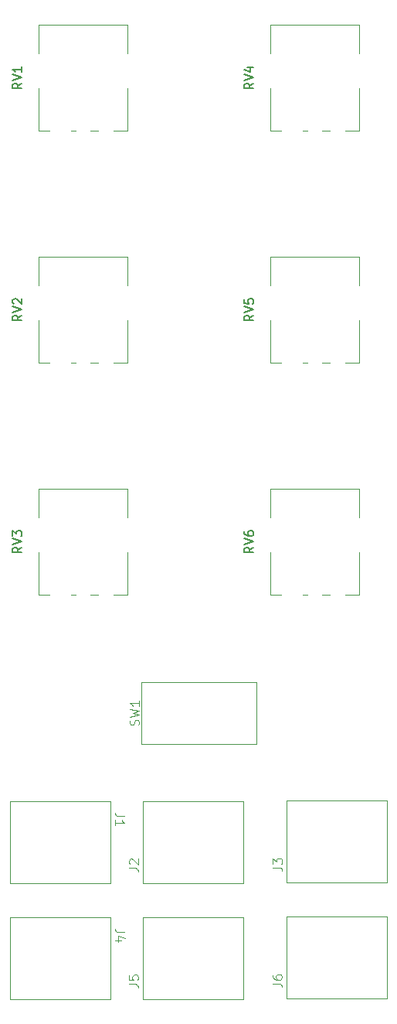
<source format=gbr>
%TF.GenerationSoftware,KiCad,Pcbnew,7.0.1*%
%TF.CreationDate,2024-08-14T21:14:33-04:00*%
%TF.ProjectId,attenuverter_mixer,61747465-6e75-4766-9572-7465725f6d69,rev?*%
%TF.SameCoordinates,Original*%
%TF.FileFunction,Legend,Top*%
%TF.FilePolarity,Positive*%
%FSLAX46Y46*%
G04 Gerber Fmt 4.6, Leading zero omitted, Abs format (unit mm)*
G04 Created by KiCad (PCBNEW 7.0.1) date 2024-08-14 21:14:33*
%MOMM*%
%LPD*%
G01*
G04 APERTURE LIST*
%ADD10C,0.100000*%
%ADD11C,0.150000*%
%ADD12C,0.120000*%
G04 APERTURE END LIST*
D10*
%TO.C,J5*%
X128251119Y-150788333D02*
X128965404Y-150788333D01*
X128965404Y-150788333D02*
X129108261Y-150835952D01*
X129108261Y-150835952D02*
X129203500Y-150931190D01*
X129203500Y-150931190D02*
X129251119Y-151074047D01*
X129251119Y-151074047D02*
X129251119Y-151169285D01*
X128251119Y-149835952D02*
X128251119Y-150312142D01*
X128251119Y-150312142D02*
X128727309Y-150359761D01*
X128727309Y-150359761D02*
X128679690Y-150312142D01*
X128679690Y-150312142D02*
X128632071Y-150216904D01*
X128632071Y-150216904D02*
X128632071Y-149978809D01*
X128632071Y-149978809D02*
X128679690Y-149883571D01*
X128679690Y-149883571D02*
X128727309Y-149835952D01*
X128727309Y-149835952D02*
X128822547Y-149788333D01*
X128822547Y-149788333D02*
X129060642Y-149788333D01*
X129060642Y-149788333D02*
X129155880Y-149835952D01*
X129155880Y-149835952D02*
X129203500Y-149883571D01*
X129203500Y-149883571D02*
X129251119Y-149978809D01*
X129251119Y-149978809D02*
X129251119Y-150216904D01*
X129251119Y-150216904D02*
X129203500Y-150312142D01*
X129203500Y-150312142D02*
X129155880Y-150359761D01*
D11*
%TO.C,RV3*%
X116512619Y-102978238D02*
X116036428Y-103311571D01*
X116512619Y-103549666D02*
X115512619Y-103549666D01*
X115512619Y-103549666D02*
X115512619Y-103168714D01*
X115512619Y-103168714D02*
X115560238Y-103073476D01*
X115560238Y-103073476D02*
X115607857Y-103025857D01*
X115607857Y-103025857D02*
X115703095Y-102978238D01*
X115703095Y-102978238D02*
X115845952Y-102978238D01*
X115845952Y-102978238D02*
X115941190Y-103025857D01*
X115941190Y-103025857D02*
X115988809Y-103073476D01*
X115988809Y-103073476D02*
X116036428Y-103168714D01*
X116036428Y-103168714D02*
X116036428Y-103549666D01*
X115512619Y-102692523D02*
X116512619Y-102359190D01*
X116512619Y-102359190D02*
X115512619Y-102025857D01*
X115512619Y-101787761D02*
X115512619Y-101168714D01*
X115512619Y-101168714D02*
X115893571Y-101502047D01*
X115893571Y-101502047D02*
X115893571Y-101359190D01*
X115893571Y-101359190D02*
X115941190Y-101263952D01*
X115941190Y-101263952D02*
X115988809Y-101216333D01*
X115988809Y-101216333D02*
X116084047Y-101168714D01*
X116084047Y-101168714D02*
X116322142Y-101168714D01*
X116322142Y-101168714D02*
X116417380Y-101216333D01*
X116417380Y-101216333D02*
X116465000Y-101263952D01*
X116465000Y-101263952D02*
X116512619Y-101359190D01*
X116512619Y-101359190D02*
X116512619Y-101644904D01*
X116512619Y-101644904D02*
X116465000Y-101740142D01*
X116465000Y-101740142D02*
X116417380Y-101787761D01*
D10*
%TO.C,J2*%
X128251119Y-138088333D02*
X128965404Y-138088333D01*
X128965404Y-138088333D02*
X129108261Y-138135952D01*
X129108261Y-138135952D02*
X129203500Y-138231190D01*
X129203500Y-138231190D02*
X129251119Y-138374047D01*
X129251119Y-138374047D02*
X129251119Y-138469285D01*
X128346357Y-137659761D02*
X128298738Y-137612142D01*
X128298738Y-137612142D02*
X128251119Y-137516904D01*
X128251119Y-137516904D02*
X128251119Y-137278809D01*
X128251119Y-137278809D02*
X128298738Y-137183571D01*
X128298738Y-137183571D02*
X128346357Y-137135952D01*
X128346357Y-137135952D02*
X128441595Y-137088333D01*
X128441595Y-137088333D02*
X128536833Y-137088333D01*
X128536833Y-137088333D02*
X128679690Y-137135952D01*
X128679690Y-137135952D02*
X129251119Y-137707380D01*
X129251119Y-137707380D02*
X129251119Y-137088333D01*
D11*
%TO.C,RV6*%
X141912619Y-102978238D02*
X141436428Y-103311571D01*
X141912619Y-103549666D02*
X140912619Y-103549666D01*
X140912619Y-103549666D02*
X140912619Y-103168714D01*
X140912619Y-103168714D02*
X140960238Y-103073476D01*
X140960238Y-103073476D02*
X141007857Y-103025857D01*
X141007857Y-103025857D02*
X141103095Y-102978238D01*
X141103095Y-102978238D02*
X141245952Y-102978238D01*
X141245952Y-102978238D02*
X141341190Y-103025857D01*
X141341190Y-103025857D02*
X141388809Y-103073476D01*
X141388809Y-103073476D02*
X141436428Y-103168714D01*
X141436428Y-103168714D02*
X141436428Y-103549666D01*
X140912619Y-102692523D02*
X141912619Y-102359190D01*
X141912619Y-102359190D02*
X140912619Y-102025857D01*
X140912619Y-101263952D02*
X140912619Y-101454428D01*
X140912619Y-101454428D02*
X140960238Y-101549666D01*
X140960238Y-101549666D02*
X141007857Y-101597285D01*
X141007857Y-101597285D02*
X141150714Y-101692523D01*
X141150714Y-101692523D02*
X141341190Y-101740142D01*
X141341190Y-101740142D02*
X141722142Y-101740142D01*
X141722142Y-101740142D02*
X141817380Y-101692523D01*
X141817380Y-101692523D02*
X141865000Y-101644904D01*
X141865000Y-101644904D02*
X141912619Y-101549666D01*
X141912619Y-101549666D02*
X141912619Y-101359190D01*
X141912619Y-101359190D02*
X141865000Y-101263952D01*
X141865000Y-101263952D02*
X141817380Y-101216333D01*
X141817380Y-101216333D02*
X141722142Y-101168714D01*
X141722142Y-101168714D02*
X141484047Y-101168714D01*
X141484047Y-101168714D02*
X141388809Y-101216333D01*
X141388809Y-101216333D02*
X141341190Y-101263952D01*
X141341190Y-101263952D02*
X141293571Y-101359190D01*
X141293571Y-101359190D02*
X141293571Y-101549666D01*
X141293571Y-101549666D02*
X141341190Y-101644904D01*
X141341190Y-101644904D02*
X141388809Y-101692523D01*
X141388809Y-101692523D02*
X141484047Y-101740142D01*
%TO.C,RV4*%
X141912619Y-52178238D02*
X141436428Y-52511571D01*
X141912619Y-52749666D02*
X140912619Y-52749666D01*
X140912619Y-52749666D02*
X140912619Y-52368714D01*
X140912619Y-52368714D02*
X140960238Y-52273476D01*
X140960238Y-52273476D02*
X141007857Y-52225857D01*
X141007857Y-52225857D02*
X141103095Y-52178238D01*
X141103095Y-52178238D02*
X141245952Y-52178238D01*
X141245952Y-52178238D02*
X141341190Y-52225857D01*
X141341190Y-52225857D02*
X141388809Y-52273476D01*
X141388809Y-52273476D02*
X141436428Y-52368714D01*
X141436428Y-52368714D02*
X141436428Y-52749666D01*
X140912619Y-51892523D02*
X141912619Y-51559190D01*
X141912619Y-51559190D02*
X140912619Y-51225857D01*
X141245952Y-50463952D02*
X141912619Y-50463952D01*
X140865000Y-50702047D02*
X141579285Y-50940142D01*
X141579285Y-50940142D02*
X141579285Y-50321095D01*
D10*
%TO.C,J6*%
X143999119Y-150743333D02*
X144713404Y-150743333D01*
X144713404Y-150743333D02*
X144856261Y-150790952D01*
X144856261Y-150790952D02*
X144951500Y-150886190D01*
X144951500Y-150886190D02*
X144999119Y-151029047D01*
X144999119Y-151029047D02*
X144999119Y-151124285D01*
X143999119Y-149838571D02*
X143999119Y-150029047D01*
X143999119Y-150029047D02*
X144046738Y-150124285D01*
X144046738Y-150124285D02*
X144094357Y-150171904D01*
X144094357Y-150171904D02*
X144237214Y-150267142D01*
X144237214Y-150267142D02*
X144427690Y-150314761D01*
X144427690Y-150314761D02*
X144808642Y-150314761D01*
X144808642Y-150314761D02*
X144903880Y-150267142D01*
X144903880Y-150267142D02*
X144951500Y-150219523D01*
X144951500Y-150219523D02*
X144999119Y-150124285D01*
X144999119Y-150124285D02*
X144999119Y-149933809D01*
X144999119Y-149933809D02*
X144951500Y-149838571D01*
X144951500Y-149838571D02*
X144903880Y-149790952D01*
X144903880Y-149790952D02*
X144808642Y-149743333D01*
X144808642Y-149743333D02*
X144570547Y-149743333D01*
X144570547Y-149743333D02*
X144475309Y-149790952D01*
X144475309Y-149790952D02*
X144427690Y-149838571D01*
X144427690Y-149838571D02*
X144380071Y-149933809D01*
X144380071Y-149933809D02*
X144380071Y-150124285D01*
X144380071Y-150124285D02*
X144427690Y-150219523D01*
X144427690Y-150219523D02*
X144475309Y-150267142D01*
X144475309Y-150267142D02*
X144570547Y-150314761D01*
D11*
%TO.C,RV2*%
X116512619Y-77578238D02*
X116036428Y-77911571D01*
X116512619Y-78149666D02*
X115512619Y-78149666D01*
X115512619Y-78149666D02*
X115512619Y-77768714D01*
X115512619Y-77768714D02*
X115560238Y-77673476D01*
X115560238Y-77673476D02*
X115607857Y-77625857D01*
X115607857Y-77625857D02*
X115703095Y-77578238D01*
X115703095Y-77578238D02*
X115845952Y-77578238D01*
X115845952Y-77578238D02*
X115941190Y-77625857D01*
X115941190Y-77625857D02*
X115988809Y-77673476D01*
X115988809Y-77673476D02*
X116036428Y-77768714D01*
X116036428Y-77768714D02*
X116036428Y-78149666D01*
X115512619Y-77292523D02*
X116512619Y-76959190D01*
X116512619Y-76959190D02*
X115512619Y-76625857D01*
X115607857Y-76340142D02*
X115560238Y-76292523D01*
X115560238Y-76292523D02*
X115512619Y-76197285D01*
X115512619Y-76197285D02*
X115512619Y-75959190D01*
X115512619Y-75959190D02*
X115560238Y-75863952D01*
X115560238Y-75863952D02*
X115607857Y-75816333D01*
X115607857Y-75816333D02*
X115703095Y-75768714D01*
X115703095Y-75768714D02*
X115798333Y-75768714D01*
X115798333Y-75768714D02*
X115941190Y-75816333D01*
X115941190Y-75816333D02*
X116512619Y-76387761D01*
X116512619Y-76387761D02*
X116512619Y-75768714D01*
%TO.C,RV1*%
X116512619Y-52178238D02*
X116036428Y-52511571D01*
X116512619Y-52749666D02*
X115512619Y-52749666D01*
X115512619Y-52749666D02*
X115512619Y-52368714D01*
X115512619Y-52368714D02*
X115560238Y-52273476D01*
X115560238Y-52273476D02*
X115607857Y-52225857D01*
X115607857Y-52225857D02*
X115703095Y-52178238D01*
X115703095Y-52178238D02*
X115845952Y-52178238D01*
X115845952Y-52178238D02*
X115941190Y-52225857D01*
X115941190Y-52225857D02*
X115988809Y-52273476D01*
X115988809Y-52273476D02*
X116036428Y-52368714D01*
X116036428Y-52368714D02*
X116036428Y-52749666D01*
X115512619Y-51892523D02*
X116512619Y-51559190D01*
X116512619Y-51559190D02*
X115512619Y-51225857D01*
X116512619Y-50368714D02*
X116512619Y-50940142D01*
X116512619Y-50654428D02*
X115512619Y-50654428D01*
X115512619Y-50654428D02*
X115655476Y-50749666D01*
X115655476Y-50749666D02*
X115750714Y-50844904D01*
X115750714Y-50844904D02*
X115798333Y-50940142D01*
%TO.C,RV5*%
X141912619Y-77578238D02*
X141436428Y-77911571D01*
X141912619Y-78149666D02*
X140912619Y-78149666D01*
X140912619Y-78149666D02*
X140912619Y-77768714D01*
X140912619Y-77768714D02*
X140960238Y-77673476D01*
X140960238Y-77673476D02*
X141007857Y-77625857D01*
X141007857Y-77625857D02*
X141103095Y-77578238D01*
X141103095Y-77578238D02*
X141245952Y-77578238D01*
X141245952Y-77578238D02*
X141341190Y-77625857D01*
X141341190Y-77625857D02*
X141388809Y-77673476D01*
X141388809Y-77673476D02*
X141436428Y-77768714D01*
X141436428Y-77768714D02*
X141436428Y-78149666D01*
X140912619Y-77292523D02*
X141912619Y-76959190D01*
X141912619Y-76959190D02*
X140912619Y-76625857D01*
X140912619Y-75816333D02*
X140912619Y-76292523D01*
X140912619Y-76292523D02*
X141388809Y-76340142D01*
X141388809Y-76340142D02*
X141341190Y-76292523D01*
X141341190Y-76292523D02*
X141293571Y-76197285D01*
X141293571Y-76197285D02*
X141293571Y-75959190D01*
X141293571Y-75959190D02*
X141341190Y-75863952D01*
X141341190Y-75863952D02*
X141388809Y-75816333D01*
X141388809Y-75816333D02*
X141484047Y-75768714D01*
X141484047Y-75768714D02*
X141722142Y-75768714D01*
X141722142Y-75768714D02*
X141817380Y-75816333D01*
X141817380Y-75816333D02*
X141865000Y-75863952D01*
X141865000Y-75863952D02*
X141912619Y-75959190D01*
X141912619Y-75959190D02*
X141912619Y-76197285D01*
X141912619Y-76197285D02*
X141865000Y-76292523D01*
X141865000Y-76292523D02*
X141817380Y-76340142D01*
D10*
%TO.C,J4*%
X127770880Y-145121666D02*
X127056595Y-145121666D01*
X127056595Y-145121666D02*
X126913738Y-145074047D01*
X126913738Y-145074047D02*
X126818500Y-144978809D01*
X126818500Y-144978809D02*
X126770880Y-144835952D01*
X126770880Y-144835952D02*
X126770880Y-144740714D01*
X127437547Y-146026428D02*
X126770880Y-146026428D01*
X127818500Y-145788333D02*
X127104214Y-145550238D01*
X127104214Y-145550238D02*
X127104214Y-146169285D01*
%TO.C,J1*%
X127740880Y-132421666D02*
X127026595Y-132421666D01*
X127026595Y-132421666D02*
X126883738Y-132374047D01*
X126883738Y-132374047D02*
X126788500Y-132278809D01*
X126788500Y-132278809D02*
X126740880Y-132135952D01*
X126740880Y-132135952D02*
X126740880Y-132040714D01*
X126740880Y-133421666D02*
X126740880Y-132850238D01*
X126740880Y-133135952D02*
X127740880Y-133135952D01*
X127740880Y-133135952D02*
X127598023Y-133040714D01*
X127598023Y-133040714D02*
X127502785Y-132945476D01*
X127502785Y-132945476D02*
X127455166Y-132850238D01*
%TO.C,J3*%
X144029119Y-138043333D02*
X144743404Y-138043333D01*
X144743404Y-138043333D02*
X144886261Y-138090952D01*
X144886261Y-138090952D02*
X144981500Y-138186190D01*
X144981500Y-138186190D02*
X145029119Y-138329047D01*
X145029119Y-138329047D02*
X145029119Y-138424285D01*
X144029119Y-137662380D02*
X144029119Y-137043333D01*
X144029119Y-137043333D02*
X144410071Y-137376666D01*
X144410071Y-137376666D02*
X144410071Y-137233809D01*
X144410071Y-137233809D02*
X144457690Y-137138571D01*
X144457690Y-137138571D02*
X144505309Y-137090952D01*
X144505309Y-137090952D02*
X144600547Y-137043333D01*
X144600547Y-137043333D02*
X144838642Y-137043333D01*
X144838642Y-137043333D02*
X144933880Y-137090952D01*
X144933880Y-137090952D02*
X144981500Y-137138571D01*
X144981500Y-137138571D02*
X145029119Y-137233809D01*
X145029119Y-137233809D02*
X145029119Y-137519523D01*
X145029119Y-137519523D02*
X144981500Y-137614761D01*
X144981500Y-137614761D02*
X144933880Y-137662380D01*
%TO.C,SW1*%
X129305000Y-122436332D02*
X129352619Y-122293475D01*
X129352619Y-122293475D02*
X129352619Y-122055380D01*
X129352619Y-122055380D02*
X129305000Y-121960142D01*
X129305000Y-121960142D02*
X129257380Y-121912523D01*
X129257380Y-121912523D02*
X129162142Y-121864904D01*
X129162142Y-121864904D02*
X129066904Y-121864904D01*
X129066904Y-121864904D02*
X128971666Y-121912523D01*
X128971666Y-121912523D02*
X128924047Y-121960142D01*
X128924047Y-121960142D02*
X128876428Y-122055380D01*
X128876428Y-122055380D02*
X128828809Y-122245856D01*
X128828809Y-122245856D02*
X128781190Y-122341094D01*
X128781190Y-122341094D02*
X128733571Y-122388713D01*
X128733571Y-122388713D02*
X128638333Y-122436332D01*
X128638333Y-122436332D02*
X128543095Y-122436332D01*
X128543095Y-122436332D02*
X128447857Y-122388713D01*
X128447857Y-122388713D02*
X128400238Y-122341094D01*
X128400238Y-122341094D02*
X128352619Y-122245856D01*
X128352619Y-122245856D02*
X128352619Y-122007761D01*
X128352619Y-122007761D02*
X128400238Y-121864904D01*
X128352619Y-121531570D02*
X129352619Y-121293475D01*
X129352619Y-121293475D02*
X128638333Y-121102999D01*
X128638333Y-121102999D02*
X129352619Y-120912523D01*
X129352619Y-120912523D02*
X128352619Y-120674428D01*
X129352619Y-119769666D02*
X129352619Y-120341094D01*
X129352619Y-120055380D02*
X128352619Y-120055380D01*
X128352619Y-120055380D02*
X128495476Y-120150618D01*
X128495476Y-120150618D02*
X128590714Y-120245856D01*
X128590714Y-120245856D02*
X128638333Y-120341094D01*
%TO.C,J5*%
X129788500Y-152455000D02*
X140788500Y-152455000D01*
X140788500Y-152455000D02*
X140788500Y-143455000D01*
X140788500Y-143455000D02*
X129788500Y-143455000D01*
X129788500Y-143455000D02*
X129788500Y-152455000D01*
D12*
%TO.C,RV3*%
X118310000Y-108213000D02*
X118310000Y-103493000D01*
X119500000Y-108213000D02*
X118320000Y-108213000D01*
X122400000Y-108213000D02*
X121870000Y-108213000D01*
X124850000Y-108213000D02*
X124020000Y-108213000D01*
X128060000Y-108213000D02*
X126570000Y-108213000D01*
X128060000Y-108213000D02*
X128060000Y-103493000D01*
X118320000Y-99683000D02*
X118320000Y-96623000D01*
X128060000Y-99683000D02*
X128060000Y-96623000D01*
X128060000Y-96623000D02*
X118320000Y-96623000D01*
D10*
%TO.C,J2*%
X129788500Y-139755000D02*
X140788500Y-139755000D01*
X140788500Y-139755000D02*
X140788500Y-130755000D01*
X140788500Y-130755000D02*
X129788500Y-130755000D01*
X129788500Y-130755000D02*
X129788500Y-139755000D01*
D12*
%TO.C,RV6*%
X143710000Y-108213000D02*
X143710000Y-103493000D01*
X144900000Y-108213000D02*
X143720000Y-108213000D01*
X147800000Y-108213000D02*
X147270000Y-108213000D01*
X150250000Y-108213000D02*
X149420000Y-108213000D01*
X153460000Y-108213000D02*
X151970000Y-108213000D01*
X153460000Y-108213000D02*
X153460000Y-103493000D01*
X143720000Y-99683000D02*
X143720000Y-96623000D01*
X153460000Y-99683000D02*
X153460000Y-96623000D01*
X153460000Y-96623000D02*
X143720000Y-96623000D01*
%TO.C,RV4*%
X143710000Y-57413000D02*
X143710000Y-52693000D01*
X144900000Y-57413000D02*
X143720000Y-57413000D01*
X147800000Y-57413000D02*
X147270000Y-57413000D01*
X150250000Y-57413000D02*
X149420000Y-57413000D01*
X153460000Y-57413000D02*
X151970000Y-57413000D01*
X153460000Y-57413000D02*
X153460000Y-52693000D01*
X143720000Y-48883000D02*
X143720000Y-45823000D01*
X153460000Y-48883000D02*
X153460000Y-45823000D01*
X153460000Y-45823000D02*
X143720000Y-45823000D01*
D10*
%TO.C,J6*%
X145536500Y-152410000D02*
X156536500Y-152410000D01*
X156536500Y-152410000D02*
X156536500Y-143410000D01*
X156536500Y-143410000D02*
X145536500Y-143410000D01*
X145536500Y-143410000D02*
X145536500Y-152410000D01*
D12*
%TO.C,RV2*%
X118310000Y-82813000D02*
X118310000Y-78093000D01*
X119500000Y-82813000D02*
X118320000Y-82813000D01*
X122400000Y-82813000D02*
X121870000Y-82813000D01*
X124850000Y-82813000D02*
X124020000Y-82813000D01*
X128060000Y-82813000D02*
X126570000Y-82813000D01*
X128060000Y-82813000D02*
X128060000Y-78093000D01*
X118320000Y-74283000D02*
X118320000Y-71223000D01*
X128060000Y-74283000D02*
X128060000Y-71223000D01*
X128060000Y-71223000D02*
X118320000Y-71223000D01*
%TO.C,RV1*%
X118310000Y-57413000D02*
X118310000Y-52693000D01*
X119500000Y-57413000D02*
X118320000Y-57413000D01*
X122400000Y-57413000D02*
X121870000Y-57413000D01*
X124850000Y-57413000D02*
X124020000Y-57413000D01*
X128060000Y-57413000D02*
X126570000Y-57413000D01*
X128060000Y-57413000D02*
X128060000Y-52693000D01*
X118320000Y-48883000D02*
X118320000Y-45823000D01*
X128060000Y-48883000D02*
X128060000Y-45823000D01*
X128060000Y-45823000D02*
X118320000Y-45823000D01*
%TO.C,RV5*%
X143710000Y-82813000D02*
X143710000Y-78093000D01*
X144900000Y-82813000D02*
X143720000Y-82813000D01*
X147800000Y-82813000D02*
X147270000Y-82813000D01*
X150250000Y-82813000D02*
X149420000Y-82813000D01*
X153460000Y-82813000D02*
X151970000Y-82813000D01*
X153460000Y-82813000D02*
X153460000Y-78093000D01*
X143720000Y-74283000D02*
X143720000Y-71223000D01*
X153460000Y-74283000D02*
X153460000Y-71223000D01*
X153460000Y-71223000D02*
X143720000Y-71223000D01*
D10*
%TO.C,J4*%
X126233500Y-143455000D02*
X115233500Y-143455000D01*
X115233500Y-143455000D02*
X115233500Y-152455000D01*
X115233500Y-152455000D02*
X126233500Y-152455000D01*
X126233500Y-152455000D02*
X126233500Y-143455000D01*
%TO.C,J1*%
X126203500Y-130755000D02*
X115203500Y-130755000D01*
X115203500Y-130755000D02*
X115203500Y-139755000D01*
X115203500Y-139755000D02*
X126203500Y-139755000D01*
X126203500Y-139755000D02*
X126203500Y-130755000D01*
%TO.C,J3*%
X145566500Y-139710000D02*
X156566500Y-139710000D01*
X156566500Y-139710000D02*
X156566500Y-130710000D01*
X156566500Y-130710000D02*
X145566500Y-130710000D01*
X145566500Y-130710000D02*
X145566500Y-139710000D01*
%TO.C,SW1*%
X129590000Y-124513000D02*
X142190000Y-124513000D01*
X142190000Y-124513000D02*
X142190000Y-117713000D01*
X142190000Y-117713000D02*
X129590000Y-117713000D01*
X129590000Y-117713000D02*
X129590000Y-124513000D01*
%TD*%
M02*

</source>
